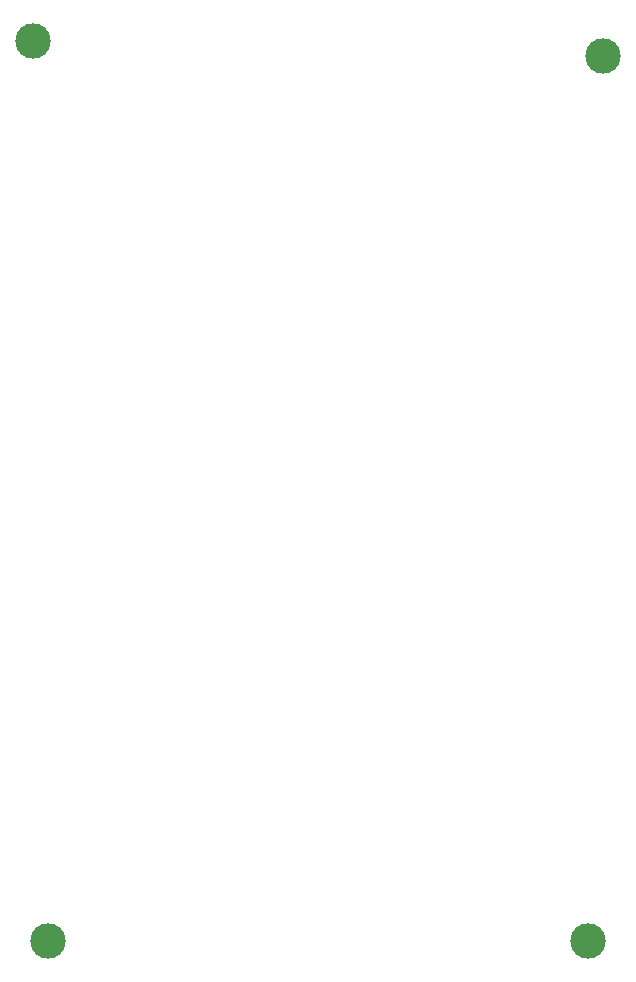
<source format=gbr>
%TF.GenerationSoftware,KiCad,Pcbnew,7.0.1*%
%TF.CreationDate,2023-05-11T12:12:14+02:00*%
%TF.ProjectId,STM32_F439ZI_Shield,53544d33-325f-4463-9433-395a495f5368,rev?*%
%TF.SameCoordinates,Original*%
%TF.FileFunction,NonPlated,1,2,NPTH,Drill*%
%TF.FilePolarity,Positive*%
%FSLAX46Y46*%
G04 Gerber Fmt 4.6, Leading zero omitted, Abs format (unit mm)*
G04 Created by KiCad (PCBNEW 7.0.1) date 2023-05-11 12:12:14*
%MOMM*%
%LPD*%
G01*
G04 APERTURE LIST*
%TA.AperFunction,ComponentDrill*%
%ADD10C,3.000000*%
%TD*%
G04 APERTURE END LIST*
D10*
%TO.C,*%
X114820000Y-51990000D03*
X116090000Y-128190000D03*
X161800000Y-128200000D03*
X163100000Y-53300000D03*
M02*

</source>
